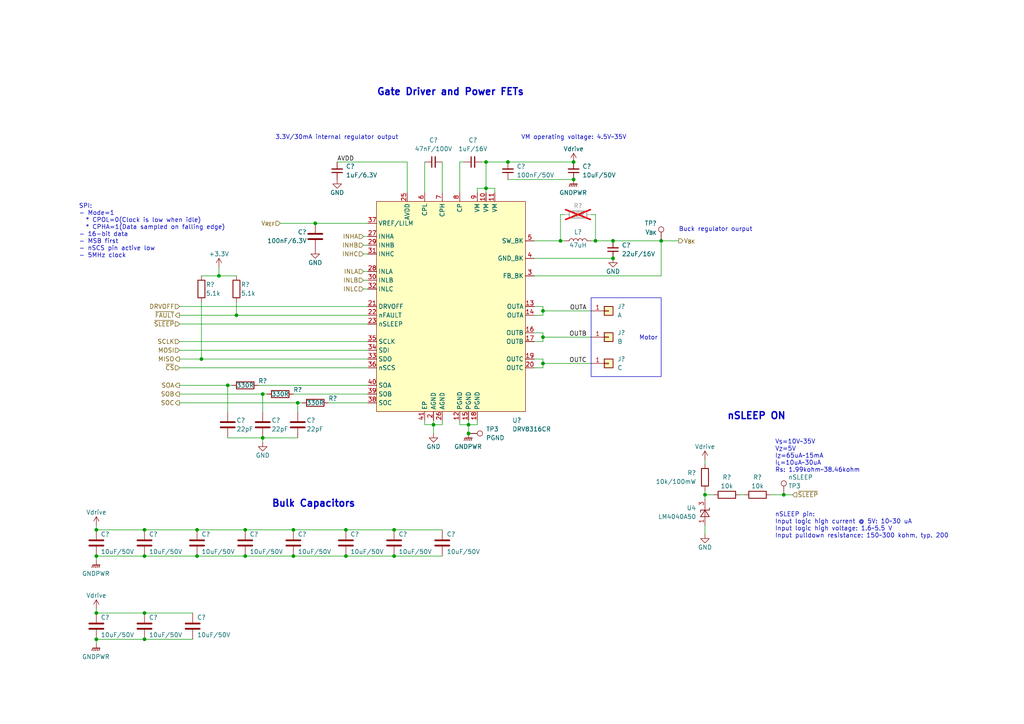
<source format=kicad_sch>
(kicad_sch (version 20230121) (generator eeschema)
  (paper "A4")
  (lib_symbols
    (symbol "Connector:TestPoint" (pin_numbers hide) (pin_names (offset 0.762) hide)
      (property "Reference" "TP" (at 0 6.858 0))
      (property "Value" "TestPoint" (at 0 5.08 0))
      (symbol "TestPoint_0_1"
        (circle (center 0 3.302) (radius 0.762))
      )
      (symbol "TestPoint_1_1"
        (pin passive line (at 0 0 90) (length 2.54) (name "1") (number "1"))
      )
    )
    (symbol "Connector_Generic:Conn_01x01" (pin_names (offset 1.016) hide)
      (property "Reference" "J" (at 0 2.54 0))
      (property "Value" "Conn_01x01" (at 0 -2.54 0))
      (symbol "Conn_01x01_1_1"
        (rectangle (start -1.27 0.127) (end 0 -0.127) (stroke (width 0.1524)))
        (rectangle (start -1.27 1.27) (end 1.27 -1.27) (stroke (width 0.254)) (fill (type background)))
        (pin passive line (at -5.08 0 0) (length 3.81) (name "Pin_1") (number "1"))
      )
    )
    (symbol "Device:C" (pin_numbers hide) (pin_names (offset 0.254))
      (property "Reference" "C" (at 0.635 2.54 0))
      (property "Value" "C" (at 0.635 -2.54 0))
      (symbol "C_0_1"
        (polyline (pts (xy -2.032 -0.762) (xy 2.032 -0.762)) (stroke (width 0.508)))
        (polyline (pts (xy -2.032 0.762) (xy 2.032 0.762)) (stroke (width 0.508)))
      )
      (symbol "C_1_1"
        (pin passive line (at 0 3.81 270) (length 2.794) (name "~") (number "1"))
        (pin passive line (at 0 -3.81 90) (length 2.794) (name "~") (number "2"))
      )
    )
    (symbol "Device:C_Small" (pin_numbers hide) (pin_names (offset 0.254) hide)
      (property "Reference" "C" (at 0.254 1.778 0))
      (property "Value" "C_Small" (at 0.254 -2.032 0))
      (symbol "C_Small_0_1"
        (polyline (pts (xy -1.524 -0.508) (xy 1.524 -0.508)) (stroke (width 0.3302)))
        (polyline (pts (xy -1.524 0.508) (xy 1.524 0.508)) (stroke (width 0.3048)))
      )
      (symbol "C_Small_1_1"
        (pin passive line (at 0 2.54 270) (length 2.032) (name "~") (number "1"))
        (pin passive line (at 0 -2.54 90) (length 2.032) (name "~") (number "2"))
      )
    )
    (symbol "Device:L" (pin_numbers hide) (pin_names (offset 1.016) hide)
      (property "Reference" "L" (at -1.27 0 90))
      (property "Value" "L" (at 1.905 0 90))
      (symbol "L_0_1"
        (arc (start 0 -2.54) (mid 0.6323 -1.905) (end 0 -1.27))
        (arc (start 0 -1.27) (mid 0.6323 -0.635) (end 0 0))
        (arc (start 0 0) (mid 0.6323 0.635) (end 0 1.27))
        (arc (start 0 1.27) (mid 0.6323 1.905) (end 0 2.54))
      )
      (symbol "L_1_1"
        (pin passive line (at 0 3.81 270) (length 1.27) (name "1") (number "1"))
        (pin passive line (at 0 -3.81 90) (length 1.27) (name "2") (number "2"))
      )
    )
    (symbol "Device:R" (pin_numbers hide) (pin_names (offset 0))
      (property "Reference" "R" (at 2.032 0 90))
      (property "Value" "R" (at 0 0 90))
      (symbol "R_0_1"
        (rectangle (start -1.016 -2.54) (end 1.016 2.54) (stroke (width 0.254)))
      )
      (symbol "R_1_1"
        (pin passive line (at 0 3.81 270) (length 1.27) (name "~") (number "1"))
        (pin passive line (at 0 -3.81 90) (length 1.27) (name "~") (number "2"))
      )
    )
    (symbol "Reference_Voltage:LM4040DCK-5" (pin_names (offset 0.0254) hide)
      (property "Reference" "U" (at 0 2.54 0))
      (property "Value" "LM4040DCK-5" (at 0 -3.175 0))
      (symbol "LM4040DCK-5_0_1"
        (polyline (pts (xy -1.27 0) (xy 0 0) (xy 1.27 0)))
        (polyline (pts (xy -1.27 -1.27) (xy 0.635 0) (xy -1.27 1.27) (xy -1.27 -1.27)) (stroke (width 0.2032)))
        (polyline (pts (xy 0 -1.27) (xy 0.635 -1.27) (xy 0.635 1.27) (xy 1.27 1.27)) (stroke (width 0.2032)))
      )
      (symbol "LM4040DCK-5_1_1"
        (pin passive line (at -3.81 0 0) (length 2.54) (name "A") (number "1"))
        (pin passive line (at 3.81 0 180) (length 2.54) (name "K") (number "3"))
      )
    )
    (symbol "moco8316:DRV8316CR"
      (property "Reference" "U?" (at 20.32 -33.02 0))
      (property "Value" "DRV8316CR" (at 20.32 -30.48 0))
      (symbol "DRV8316CR_0_0"
        (pin no_connect non_logic (at 24.13 -20.32 180) (length 2.54) hide (name "NC") (number "1"))
        (pin power_in line (at 10.16 35.56 270) (length 2.54) (name "VM") (number "10"))
        (pin power_in line (at 12.7 35.56 270) (length 2.54) (name "VM") (number "11"))
        (pin power_in line (at 2.54 -30.48 90) (length 2.54) (name "PGND") (number "12"))
        (pin output line (at 24.13 2.54 180) (length 2.54) (name "OUTA") (number "13"))
        (pin output line (at 24.13 0 180) (length 2.54) (name "OUTA") (number "14"))
        (pin power_in line (at 5.08 -30.48 90) (length 2.54) (name "PGND") (number "15"))
        (pin output line (at 24.13 -5.08 180) (length 2.54) (name "OUTB") (number "16"))
        (pin output line (at 24.13 -7.62 180) (length 2.54) (name "OUTB") (number "17"))
        (pin power_in line (at 7.62 -30.48 90) (length 2.54) (name "PGND") (number "18"))
        (pin output line (at 24.13 -12.7 180) (length 2.54) (name "OUTC") (number "19"))
        (pin power_in line (at -5.08 -30.48 90) (length 2.54) (name "AGND") (number "2"))
        (pin output line (at 24.13 -15.24 180) (length 2.54) (name "OUTC") (number "20"))
        (pin input line (at -24.13 2.54 0) (length 2.54) (name "DRVOFF") (number "21"))
        (pin output line (at -24.13 0 0) (length 2.54) (name "nFAULT") (number "22"))
        (pin input line (at -24.13 -2.54 0) (length 2.54) (name "nSLEEP") (number "23"))
        (pin no_connect non_logic (at 24.13 -17.78 180) (length 2.54) hide (name "NC") (number "24"))
        (pin power_out line (at -12.7 35.56 270) (length 2.54) (name "AVDD") (number "25"))
        (pin power_in line (at -2.54 -30.48 90) (length 2.54) (name "AGND") (number "26"))
        (pin input line (at -24.13 22.86 0) (length 2.54) (name "INHA") (number "27"))
        (pin input line (at -24.13 12.7 0) (length 2.54) (name "INLA") (number "28"))
        (pin input line (at -24.13 20.32 0) (length 2.54) (name "INHB") (number "29"))
        (pin power_in line (at 24.13 11.43 180) (length 2.54) (name "FB_BK") (number "3"))
        (pin input line (at -24.13 10.16 0) (length 2.54) (name "INLB") (number "30"))
        (pin input line (at -24.13 17.78 0) (length 2.54) (name "INHC") (number "31"))
        (pin input line (at -24.13 7.62 0) (length 2.54) (name "INLC") (number "32"))
        (pin output line (at -24.13 -12.7 0) (length 2.54) (name "SDO") (number "33"))
        (pin input line (at -24.13 -10.16 0) (length 2.54) (name "SDI") (number "34"))
        (pin input line (at -24.13 -7.62 0) (length 2.54) (name "SCLK") (number "35"))
        (pin input line (at -24.13 -15.24 0) (length 2.54) (name "nSCS") (number "36"))
        (pin power_in line (at -24.13 26.67 0) (length 2.54) (name "VREF/LILM") (number "37"))
        (pin output line (at -24.13 -25.4 0) (length 2.54) (name "SOC") (number "38"))
        (pin output line (at -24.13 -22.86 0) (length 2.54) (name "SOB") (number "39"))
        (pin power_in line (at 24.13 16.51 180) (length 2.54) (name "GND_BK") (number "4"))
        (pin output line (at -24.13 -20.32 0) (length 2.54) (name "SOA") (number "40"))
        (pin power_in line (at -7.62 -30.48 90) (length 2.54) (name "EP") (number "41"))
        (pin power_out line (at 24.13 21.59 180) (length 2.54) (name "SW_BK") (number "5"))
        (pin power_in line (at -7.62 35.56 270) (length 2.54) (name "CPL") (number "6"))
        (pin power_in line (at -2.54 35.56 270) (length 2.54) (name "CPH") (number "7"))
        (pin power_out line (at 2.54 35.56 270) (length 2.54) (name "CP") (number "8"))
        (pin power_in line (at 7.62 35.56 270) (length 2.54) (name "VM") (number "9"))
      )
      (symbol "DRV8316CR_0_1"
        (rectangle (start -21.59 33.02) (end 21.59 -27.94) (fill (type background)))
      )
    )
    (symbol "power:+3.3V" (power) (pin_names (offset 0))
      (property "Value" "+3.3V" (at 0 3.556 0))
      (symbol "+3.3V_0_1"
        (polyline (pts (xy -0.762 1.27) (xy 0 2.54)))
        (polyline (pts (xy 0 0) (xy 0 2.54)))
        (polyline (pts (xy 0 2.54) (xy 0.762 1.27)))
      )
      (symbol "+3.3V_1_1"
        (pin power_in line (at 0 0 90) (length 0) hide (name "+3.3V") (number "1"))
      )
    )
    (symbol "power:GND" (power) (pin_names (offset 0))
      (property "Value" "GND" (at 0 -3.81 0))
      (symbol "GND_0_1"
        (polyline (pts (xy 0 0) (xy 0 -1.27) (xy 1.27 -1.27) (xy 0 -2.54) (xy -1.27 -1.27) (xy 0 -1.27)))
      )
      (symbol "GND_1_1"
        (pin power_in line (at 0 0 270) (length 0) hide (name "GND") (number "1"))
      )
    )
    (symbol "power:GNDPWR" (power) (pin_names (offset 0))
      (property "Value" "GNDPWR" (at 0 -3.302 0))
      (symbol "GNDPWR_0_1"
        (polyline (pts (xy 0 -1.27) (xy 0 0)))
        (polyline (pts (xy -1.016 -1.27) (xy -1.27 -2.032) (xy -1.27 -2.032)) (stroke (width 0.2032)))
        (polyline (pts (xy -0.508 -1.27) (xy -0.762 -2.032) (xy -0.762 -2.032)) (stroke (width 0.2032)))
        (polyline (pts (xy 0 -1.27) (xy -0.254 -2.032) (xy -0.254 -2.032)) (stroke (width 0.2032)))
        (polyline (pts (xy 0.508 -1.27) (xy 0.254 -2.032) (xy 0.254 -2.032)) (stroke (width 0.2032)))
        (polyline (pts (xy 1.016 -1.27) (xy -1.016 -1.27) (xy -1.016 -1.27)) (stroke (width 0.2032)))
        (polyline (pts (xy 1.016 -1.27) (xy 0.762 -2.032) (xy 0.762 -2.032) (xy 0.762 -2.032)) (stroke (width 0.2032)))
      )
      (symbol "GNDPWR_1_1"
        (pin power_in line (at 0 0 270) (length 0) hide (name "GNDPWR") (number "1"))
      )
    )
    (symbol "power:Vdrive" (power) (pin_names (offset 0))
      (property "Value" "Vdrive" (at 0 3.81 0))
      (symbol "Vdrive_0_1"
        (polyline (pts (xy -0.762 1.27) (xy 0 2.54)))
        (polyline (pts (xy 0 0) (xy 0 2.54)))
        (polyline (pts (xy 0 2.54) (xy 0.762 1.27)))
      )
      (symbol "Vdrive_1_1"
        (pin power_in line (at 0 0 90) (length 0) hide (name "Vdrive") (number "1"))
      )
    )
  )
  (junction (at 71.12 161.29))
  (junction (at 27.94 153.67))
  (junction (at 166.37 52.07))
  (junction (at 41.91 161.29))
  (junction (at 76.2 114.3))
  (junction (at 41.91 177.8))
  (junction (at 57.15 161.29))
  (junction (at 140.97 46.99))
  (junction (at 140.97 54.61))
  (junction (at 27.94 161.29))
  (junction (at 76.2 127))
  (junction (at 157.48 90.17))
  (junction (at 162.56 69.85))
  (junction (at 166.37 46.99))
  (junction (at 114.3 161.29))
  (junction (at 125.73 123.19))
  (junction (at 191.77 69.85))
  (junction (at 100.33 153.67))
  (junction (at 157.48 105.41))
  (junction (at 71.12 153.67))
  (junction (at 147.32 46.99))
  (junction (at 57.15 153.67))
  (junction (at 58.42 104.14))
  (junction (at 85.09 153.67))
  (junction (at 66.04 111.76))
  (junction (at 41.91 153.67))
  (junction (at 68.58 91.44))
  (junction (at 204.47 143.51))
  (junction (at 100.33 161.29))
  (junction (at 41.91 185.42))
  (junction (at 63.5 80.01))
  (junction (at 172.72 69.85))
  (junction (at 135.89 125.73))
  (junction (at 27.94 177.8))
  (junction (at 157.48 97.79))
  (junction (at 86.36 116.84))
  (junction (at 114.3 153.67))
  (junction (at 85.09 161.29))
  (junction (at 135.89 123.19))
  (junction (at 177.8 69.85))
  (junction (at 27.94 185.42))
  (junction (at 91.44 64.77))
  (junction (at 227.33 143.51))
  (junction (at 177.8 74.93))
  (wire (pts (xy 105.41 71.12) (xy 106.68 71.12)))
  (wire (pts (xy 154.94 104.14) (xy 157.48 104.14)))
  (wire (pts (xy 52.07 99.06) (xy 106.68 99.06)))
  (wire (pts (xy 57.15 153.67) (xy 71.12 153.67)))
  (wire (pts (xy 105.41 78.74) (xy 106.68 78.74)))
  (wire (pts (xy 105.41 73.66) (xy 106.68 73.66)))
  (wire (pts (xy 138.43 123.19) (xy 135.89 123.19)))
  (wire (pts (xy 105.41 81.28) (xy 106.68 81.28)))
  (wire (pts (xy 138.43 54.61) (xy 140.97 54.61)))
  (wire (pts (xy 86.36 119.38) (xy 86.36 116.84)))
  (wire (pts (xy 86.36 116.84) (xy 87.63 116.84)))
  (wire (pts (xy 118.11 46.99) (xy 118.11 55.88)))
  (wire (pts (xy 139.7 46.99) (xy 140.97 46.99)))
  (wire (pts (xy 157.48 96.52) (xy 157.48 97.79)))
  (wire (pts (xy 41.91 177.8) (xy 55.88 177.8)))
  (wire (pts (xy 128.27 46.99) (xy 128.27 55.88)))
  (wire (pts (xy 52.07 111.76) (xy 66.04 111.76)))
  (wire (pts (xy 143.51 54.61) (xy 143.51 55.88)))
  (wire (pts (xy 27.94 185.42) (xy 41.91 185.42)))
  (wire (pts (xy 135.89 121.92) (xy 135.89 123.19)))
  (wire (pts (xy 157.48 90.17) (xy 157.48 91.44)))
  (wire (pts (xy 133.35 123.19) (xy 135.89 123.19)))
  (wire (pts (xy 52.07 106.68) (xy 106.68 106.68)))
  (wire (pts (xy 85.09 114.3) (xy 106.68 114.3)))
  (wire (pts (xy 133.35 121.92) (xy 133.35 123.19)))
  (wire (pts (xy 123.19 123.19) (xy 125.73 123.19)))
  (wire (pts (xy 134.62 46.99) (xy 133.35 46.99)))
  (wire (pts (xy 223.52 143.51) (xy 227.33 143.51)))
  (wire (pts (xy 100.33 161.29) (xy 114.3 161.29)))
  (wire (pts (xy 27.94 162.56) (xy 27.94 161.29)))
  (wire (pts (xy 63.5 77.47) (xy 63.5 80.01)))
  (wire (pts (xy 140.97 54.61) (xy 143.51 54.61)))
  (wire (pts (xy 27.94 176.53) (xy 27.94 177.8)))
  (wire (pts (xy 162.56 62.23) (xy 162.56 69.85)))
  (wire (pts (xy 85.09 161.29) (xy 100.33 161.29)))
  (wire (pts (xy 157.48 97.79) (xy 157.48 99.06)))
  (wire (pts (xy 154.94 91.44) (xy 157.48 91.44)))
  (wire (pts (xy 157.48 88.9) (xy 157.48 90.17)))
  (wire (pts (xy 204.47 152.4) (xy 204.47 154.94)))
  (wire (pts (xy 154.94 96.52) (xy 157.48 96.52)))
  (wire (pts (xy 85.09 153.67) (xy 100.33 153.67)))
  (wire (pts (xy 157.48 99.06) (xy 154.94 99.06)))
  (wire (pts (xy 128.27 153.67) (xy 114.3 153.67)))
  (wire (pts (xy 68.58 87.63) (xy 68.58 91.44)))
  (wire (pts (xy 52.07 93.98) (xy 106.68 93.98)))
  (wire (pts (xy 91.44 64.77) (xy 106.68 64.77)))
  (wire (pts (xy 81.28 64.77) (xy 91.44 64.77)))
  (wire (pts (xy 63.5 80.01) (xy 58.42 80.01)))
  (wire (pts (xy 76.2 119.38) (xy 76.2 114.3)))
  (wire (pts (xy 154.94 80.01) (xy 191.77 80.01)))
  (wire (pts (xy 162.56 69.85) (xy 163.83 69.85)))
  (wire (pts (xy 27.94 152.4) (xy 27.94 153.67)))
  (wire (pts (xy 58.42 87.63) (xy 58.42 104.14)))
  (wire (pts (xy 172.72 69.85) (xy 177.8 69.85)))
  (wire (pts (xy 76.2 114.3) (xy 77.47 114.3)))
  (wire (pts (xy 215.9 143.51) (xy 214.63 143.51)))
  (wire (pts (xy 27.94 186.69) (xy 27.94 185.42)))
  (wire (pts (xy 105.41 68.58) (xy 106.68 68.58)))
  (wire (pts (xy 227.33 143.51) (xy 229.87 143.51)))
  (wire (pts (xy 76.2 128.27) (xy 76.2 127)))
  (wire (pts (xy 97.79 46.99) (xy 118.11 46.99)))
  (wire (pts (xy 105.41 83.82) (xy 106.68 83.82)))
  (wire (pts (xy 41.91 161.29) (xy 27.94 161.29)))
  (wire (pts (xy 135.89 123.19) (xy 135.89 125.73)))
  (wire (pts (xy 147.32 46.99) (xy 166.37 46.99)))
  (wire (pts (xy 74.93 111.76) (xy 106.68 111.76)))
  (wire (pts (xy 138.43 54.61) (xy 138.43 55.88)))
  (wire (pts (xy 128.27 121.92) (xy 128.27 123.19)))
  (wire (pts (xy 128.27 161.29) (xy 114.3 161.29)))
  (wire (pts (xy 154.94 69.85) (xy 162.56 69.85)))
  (wire (pts (xy 52.07 101.6) (xy 106.68 101.6)))
  (wire (pts (xy 154.94 88.9) (xy 157.48 88.9)))
  (wire (pts (xy 157.48 106.68) (xy 154.94 106.68)))
  (wire (pts (xy 41.91 161.29) (xy 57.15 161.29)))
  (wire (pts (xy 138.43 121.92) (xy 138.43 123.19)))
  (wire (pts (xy 123.19 121.92) (xy 123.19 123.19)))
  (wire (pts (xy 123.19 46.99) (xy 123.19 55.88)))
  (wire (pts (xy 172.72 69.85) (xy 171.45 69.85)))
  (wire (pts (xy 95.25 116.84) (xy 106.68 116.84)))
  (wire (pts (xy 204.47 142.24) (xy 204.47 143.51)))
  (wire (pts (xy 133.35 46.99) (xy 133.35 55.88)))
  (wire (pts (xy 66.04 127) (xy 76.2 127)))
  (wire (pts (xy 157.48 105.41) (xy 157.48 106.68)))
  (wire (pts (xy 57.15 161.29) (xy 71.12 161.29)))
  (wire (pts (xy 52.07 116.84) (xy 86.36 116.84)))
  (wire (pts (xy 172.72 62.23) (xy 171.45 62.23)))
  (wire (pts (xy 41.91 185.42) (xy 55.88 185.42)))
  (wire (pts (xy 27.94 177.8) (xy 41.91 177.8)))
  (wire (pts (xy 41.91 153.67) (xy 57.15 153.67)))
  (wire (pts (xy 157.48 97.79) (xy 171.45 97.79)))
  (wire (pts (xy 204.47 143.51) (xy 207.01 143.51)))
  (wire (pts (xy 162.56 62.23) (xy 163.83 62.23)))
  (wire (pts (xy 140.97 46.99) (xy 140.97 54.61)))
  (wire (pts (xy 125.73 123.19) (xy 125.73 125.73)))
  (wire (pts (xy 154.94 74.93) (xy 177.8 74.93)))
  (wire (pts (xy 52.07 114.3) (xy 76.2 114.3)))
  (wire (pts (xy 177.8 69.85) (xy 191.77 69.85)))
  (wire (pts (xy 157.48 90.17) (xy 171.45 90.17)))
  (wire (pts (xy 58.42 104.14) (xy 106.68 104.14)))
  (wire (pts (xy 100.33 153.67) (xy 114.3 153.67)))
  (wire (pts (xy 157.48 104.14) (xy 157.48 105.41)))
  (wire (pts (xy 66.04 119.38) (xy 66.04 111.76)))
  (wire (pts (xy 71.12 153.67) (xy 85.09 153.67)))
  (wire (pts (xy 125.73 121.92) (xy 125.73 123.19)))
  (wire (pts (xy 52.07 91.44) (xy 68.58 91.44)))
  (wire (pts (xy 52.07 104.14) (xy 58.42 104.14)))
  (wire (pts (xy 204.47 133.35) (xy 204.47 134.62)))
  (wire (pts (xy 66.04 111.76) (xy 67.31 111.76)))
  (wire (pts (xy 52.07 88.9) (xy 106.68 88.9)))
  (wire (pts (xy 128.27 123.19) (xy 125.73 123.19)))
  (wire (pts (xy 191.77 80.01) (xy 191.77 69.85)))
  (wire (pts (xy 76.2 127) (xy 86.36 127)))
  (wire (pts (xy 147.32 52.07) (xy 166.37 52.07)))
  (wire (pts (xy 204.47 143.51) (xy 204.47 144.78)))
  (wire (pts (xy 172.72 62.23) (xy 172.72 69.85)))
  (wire (pts (xy 41.91 153.67) (xy 27.94 153.67)))
  (wire (pts (xy 191.77 69.85) (xy 196.85 69.85)))
  (wire (pts (xy 68.58 91.44) (xy 106.68 91.44)))
  (wire (pts (xy 140.97 54.61) (xy 140.97 55.88)))
  (wire (pts (xy 147.32 46.99) (xy 140.97 46.99)))
  (wire (pts (xy 63.5 80.01) (xy 68.58 80.01)))
  (wire (pts (xy 71.12 161.29) (xy 85.09 161.29)))
  (wire (pts (xy 157.48 105.41) (xy 171.45 105.41)))
  (text_box "Motor" (at 171.45 86.36 0) (size 20.32 22.86) (effects (font (size 1.27 1.27)) (justify right)))
  (text "nSLEEP ON" (at 210.82 121.92 0) (effects (font (size 2 2) (thickness 0.4) bold) (justify left bottom)))
  (text "SPI:\n- Mode=1\n  * CPOL=0(Clock is low when idle)\n  * CPHA=1(Data sampled on falling edge)\n- 16-bit data\n- MSB first\n- nSCS pin active low\n- 5MHz clock" (at 22.86 74.93 0) (effects (font (size 1.27 1.27)) (justify left bottom)))
  (text "Gate Driver and Power FETs" (at 109.22 27.94 0) (effects (font (size 2 2) (thickness 0.4) bold) (justify left bottom)))
  (text "V_{S}=10V~35V\nV_{Z}=5V\nI_{Z}=65uA~15mA\nI_{L}=10uA~30uA\nRs: 1.99kohm~38.46kohm" (at 224.79 137.16 0) (effects (font (size 1.27 1.27)) (justify left bottom)))
  (text "VM operating voltage: 4.5V~35V" (at 151.13 40.64 0) (effects (font (size 1.27 1.27)) (justify left bottom)))
  (text "Buck regulator ourput" (at 196.85 67.31 0) (effects (font (size 1.27 1.27)) (justify left bottom)))
  (text "Bulk Capacitors" (at 78.74 147.32 0) (effects (font (size 2 2) (thickness 0.4) bold) (justify left bottom)))
  (text "nSLEEP pin:\nInput logic high current @ 5V: 10~30 uA\nInput logic high voltage: 1.6~5.5 V\nInput pulldown resistance: 150~300 kohm, typ. 200" (at 224.79 156.21 0) (effects (font (size 1.27 1.27)) (justify left bottom)))
  (text "3.3V/30mA internal regulator output" (at 115.57 40.64 0) (effects (font (size 1.27 1.27)) (justify right bottom)))
  (label "OUTC" (at 170.18 105.41 180))
  (label "OUTA" (at 170.18 90.17 180))
  (label "AVDD" (at 97.79 46.99 0))
  (label "OUTB" (at 170.18 97.79 180))
  (hierarchical_label "SOC" (shape output) (at 52.07 116.84 180))
  (hierarchical_label "~{SLEEP}" (shape input) (at 52.07 93.98 180))
  (hierarchical_label "V_{REF}" (shape input) (at 81.28 64.77 180))
  (hierarchical_label "SOA" (shape output) (at 52.07 111.76 180))
  (hierarchical_label "DRVOFF" (shape input) (at 52.07 88.9 180))
  (hierarchical_label "INLC" (shape input) (at 105.41 83.82 180))
  (hierarchical_label "~{CS}" (shape input) (at 52.07 106.68 180))
  (hierarchical_label "INHC" (shape input) (at 105.41 73.66 180))
  (hierarchical_label "INLA" (shape input) (at 105.41 78.74 180))
  (hierarchical_label "INHB" (shape input) (at 105.41 71.12 180))
  (hierarchical_label "MISO" (shape output) (at 52.07 104.14 180))
  (hierarchical_label "~{FAULT}" (shape output) (at 52.07 91.44 180))
  (hierarchical_label "INHA" (shape input) (at 105.41 68.58 180))
  (hierarchical_label "~{SLEEP}" (shape input) (at 229.87 143.51 0))
  (hierarchical_label "V_{BK}" (shape output) (at 196.85 69.85 0))
  (hierarchical_label "INLB" (shape input) (at 105.41 81.28 180))
  (hierarchical_label "SCLK" (shape input) (at 52.07 99.06 180))
  (hierarchical_label "SOB" (shape output) (at 52.07 114.3 180))
  (hierarchical_label "MOSI" (shape input) (at 52.07 101.6 180))
  (symbol (lib_id "power:GND") (at 177.8 74.93 0) (unit 1)
    (property "Reference" "#PWR?" (effects hide))
    (property "Value" "GND" (at 177.8 78.74 0))
    (instances (project "moco-oi401" (path "" (reference "#PWR?") (unit 1)) (path "" (reference "#PWR027") (unit 1))) (project "moco-bkd8316" (path "" (reference "#PWR?") (unit 1))))
  )
  (symbol (lib_id "Device:C") (at 66.04 123.19 0) (mirror y) (unit 1)
    (property "Reference" "C?" (at 68.58 121.92 0) (effects (justify right)))
    (property "Value" "22pF" (at 68.58 124.46 0) (effects (justify right)))
    (property "Footprint" "Capacitor_SMD:C_0603_1608Metric" (effects hide))
    (instances (project "moco-oi401" (path "" (reference "C?") (unit 1)) (path "" (reference "C20") (unit 1))) (project "moco-bkd8316" (path "" (reference "C?") (unit 1))))
  )
  (symbol (lib_id "power:Vdrive") (at 204.47 133.35 0) (unit 1)
    (property "Reference" "#PWR?" (effects hide))
    (property "Value" "Vdrive" (at 204.47 129.54 0))
    (instances (project "moco-oi401" (path "" (reference "#PWR?") (unit 1)) (path "" (reference "#PWR032") (unit 1))) (project "moco-bkd8316" (path "" (reference "#PWR?") (unit 1))))
  )
  (symbol (lib_id "Device:C") (at 100.33 157.48 0) (mirror y) (unit 1)
    (property "Reference" "C?" (at 101.6 154.94 0) (effects (justify right)))
    (property "Value" "10uF/50V" (at 101.6 160.02 0) (effects (justify right)))
    (property "Footprint" "Capacitor_SMD:C_0805_2012Metric" (effects hide))
    (property "LCSC" "C440198" (effects hide))
    (property "MFR. Part#" "GRM21BR61H106KE43L" (effects hide))
    (instances (project "moco-oi401" (path "" (reference "C?") (unit 1)) (path "" (reference "C28") (unit 1))) (project "moco-bkd8316" (path "" (reference "C?") (unit 1))))
  )
  (symbol (lib_id "power:GND") (at 97.79 52.07 0) (unit 1)
    (property "Reference" "#PWR?" (effects hide))
    (property "Value" "GND" (at 97.79 55.88 0))
    (instances (project "moco-oi401" (path "" (reference "#PWR?") (unit 1)) (path "" (reference "#PWR024") (unit 1))) (project "moco-bkd8316" (path "" (reference "#PWR?") (unit 1))))
  )
  (symbol (lib_id "power:GNDPWR") (at 27.94 186.69 0) (unit 1)
    (property "Reference" "#PWR037" (effects hide))
    (property "Value" "GNDPWR" (at 27.813 190.5 0))
  )
  (symbol (lib_id "Device:C_Small") (at 166.37 49.53 180) (unit 1)
    (property "Reference" "C?" (at 168.91 48.26 0) (effects (justify right)))
    (property "Value" "10uF/50V" (at 168.91 50.8 0) (effects (justify right)))
    (property "Footprint" "Capacitor_SMD:C_0805_2012Metric" (effects hide))
    (property "LCSC" "C440198" (effects hide))
    (property "MFR. Part#" "GRM21BR61H106KE43L" (effects hide))
    (instances (project "moco-oi401" (path "" (reference "C?") (unit 1)) (path "" (reference "C17") (unit 1))) (project "moco-bkd8316" (path "" (reference "C?") (unit 1))))
  )
  (symbol (lib_id "power:Vdrive") (at 27.94 152.4 0) (unit 1)
    (property "Reference" "#PWR?" (effects hide))
    (property "Value" "Vdrive" (at 27.94 148.59 0))
    (instances (project "moco-oi401" (path "" (reference "#PWR?") (unit 1)) (path "" (reference "#PWR033") (unit 1))) (project "moco-bkd8316" (path "" (reference "#PWR?") (unit 1))))
  )
  (symbol (lib_id "Device:C") (at 86.36 123.19 0) (mirror y) (unit 1)
    (property "Reference" "C?" (at 88.9 121.92 0) (effects (justify right)))
    (property "Value" "22pF" (at 88.9 124.46 0) (effects (justify right)))
    (property "Footprint" "Capacitor_SMD:C_0603_1608Metric" (effects hide))
    (instances (project "moco-oi401" (path "" (reference "C?") (unit 1)) (path "" (reference "C22") (unit 1))) (project "moco-bkd8316" (path "" (reference "C?") (unit 1))))
  )
  (symbol (lib_id "Device:R") (at 167.64 62.23 90) (unit 1) (dnp yes)
    (property "Reference" "R?" (at 167.64 59.69 90))
    (property "Value" "22R" (at 167.64 62.23 90))
    (property "Footprint" "Resistor_SMD:R_0603_1608Metric" (effects hide))
    (instances (project "moco-oi401" (path "" (reference "R?") (unit 1)) (path "" (reference "R4") (unit 1))) (project "moco-bkd8316" (path "" (reference "R?") (unit 1))))
  )
  (symbol (lib_id "power:Vdrive") (at 166.37 46.99 0) (unit 1)
    (property "Reference" "#PWR?" (effects hide))
    (property "Value" "Vdrive" (at 166.37 43.18 0))
    (instances (project "moco-oi401" (path "" (reference "#PWR?") (unit 1)) (path "" (reference "#PWR023") (unit 1))) (project "moco-bkd8316" (path "" (reference "#PWR?") (unit 1))))
  )
  (symbol (lib_id "Device:R") (at 71.12 111.76 90) (unit 1)
    (property "Reference" "R?" (at 76.2 110.49 90))
    (property "Value" "330R" (at 71.12 111.76 90))
    (property "Footprint" "Resistor_SMD:R_0603_1608Metric" (effects hide))
    (instances (project "moco-oi401" (path "" (reference "R?") (unit 1)) (path "" (reference "R7") (unit 1))) (project "moco-bkd8316" (path "" (reference "R?") (unit 1))))
  )
  (symbol (lib_id "power:GND") (at 125.73 125.73 0) (unit 1)
    (property "Reference" "#PWR?" (effects hide))
    (property "Value" "GND" (at 125.73 129.54 0))
    (instances (project "moco-oi401" (path "" (reference "#PWR?") (unit 1)) (path "" (reference "#PWR029") (unit 1))) (project "moco-bkd8316" (path "" (reference "#PWR?") (unit 1))))
  )
  (symbol (lib_id "Connector_Generic:Conn_01x01") (at 176.53 97.79 0) (unit 1)
    (property "Reference" "J?" (at 179.07 96.52 0) (effects (justify left)))
    (property "Value" "B" (at 179.07 99.06 0) (effects (justify left)))
    (property "Footprint" "moco:wire_3.2mm" (effects hide))
    (instances (project "moco-oi401" (path "" (reference "J?") (unit 1)) (path "" (reference "J6") (unit 1))) (project "moco-bkd8316" (path "" (reference "J?") (unit 1))))
  )
  (symbol (lib_id "Device:C") (at 27.94 157.48 0) (mirror y) (unit 1)
    (property "Reference" "C?" (at 29.21 154.94 0) (effects (justify right)))
    (property "Value" "10uF/50V" (at 29.21 160.02 0) (effects (justify right)))
    (property "Footprint" "Capacitor_SMD:C_0805_2012Metric" (effects hide))
    (property "LCSC" "C440198" (effects hide))
    (property "MFR. Part#" "GRM21BR61H106KE43L" (effects hide))
    (instances (project "moco-oi401" (path "" (reference "C?") (unit 1)) (path "" (reference "C23") (unit 1))) (project "moco-bkd8316" (path "" (reference "C?") (unit 1))))
  )
  (symbol (lib_id "Device:C") (at 85.09 157.48 0) (mirror y) (unit 1)
    (property "Reference" "C?" (at 86.36 154.94 0) (effects (justify right)))
    (property "Value" "10uF/50V" (at 86.36 160.02 0) (effects (justify right)))
    (property "Footprint" "Capacitor_SMD:C_0805_2012Metric" (effects hide))
    (property "LCSC" "C440198" (effects hide))
    (property "MFR. Part#" "GRM21BR61H106KE43L" (effects hide))
    (instances (project "moco-oi401" (path "" (reference "C?") (unit 1)) (path "" (reference "C27") (unit 1))) (project "moco-bkd8316" (path "" (reference "C?") (unit 1))))
  )
  (symbol (lib_id "Device:C") (at 91.44 68.58 0) (mirror y) (unit 1)
    (property "Reference" "C?" (at 86.36 67.31 0) (effects (justify right)))
    (property "Value" "100nF/6.3V" (at 77.47 69.85 0) (effects (justify right)))
    (property "Footprint" "Capacitor_SMD:C_0603_1608Metric" (effects hide))
    (instances (project "moco-oi401" (path "" (reference "C?") (unit 1)) (path "" (reference "C18") (unit 1))) (project "moco-bkd8316" (path "" (reference "C?") (unit 1))))
  )
  (symbol (lib_id "Device:C_Small") (at 177.8 72.39 180) (unit 1)
    (property "Reference" "C?" (at 180.34 71.1136 0) (effects (justify right)))
    (property "Value" "22uF/16V" (at 180.34 73.6536 0) (effects (justify right)))
    (property "Footprint" "Capacitor_SMD:C_0805_2012Metric" (effects hide))
    (property "LCSC" "C98190" (effects hide))
    (property "MFR. Part#" "CL21A226MOQNNNE" (effects hide))
    (instances (project "moco-oi401" (path "" (reference "C?") (unit 1)) (path "" (reference "C19") (unit 1))) (project "moco-bkd8316" (path "" (reference "C?") (unit 1))))
  )
  (symbol (lib_id "Device:R") (at 210.82 143.51 90) (unit 1)
    (property "Reference" "R?" (at 210.82 138.43 90))
    (property "Value" "10k" (at 210.82 140.97 90))
    (property "Footprint" "Resistor_SMD:R_0603_1608Metric" (effects hide))
    (instances (project "moco-oi401" (path "" (reference "R?") (unit 1)) (path "" (reference "R11") (unit 1))) (project "moco-bkd8316" (path "" (reference "R?") (unit 1))))
  )
  (symbol (lib_id "Device:R") (at 81.28 114.3 90) (unit 1)
    (property "Reference" "R?" (at 86.36 113.03 90))
    (property "Value" "330R" (at 81.28 114.3 90))
    (property "Footprint" "Resistor_SMD:R_0603_1608Metric" (effects hide))
    (instances (project "moco-oi401" (path "" (reference "R?") (unit 1)) (path "" (reference "R8") (unit 1))) (project "moco-bkd8316" (path "" (reference "R?") (unit 1))))
  )
  (symbol (lib_id "Device:C") (at 114.3 157.48 0) (mirror y) (unit 1)
    (property "Reference" "C?" (at 115.57 154.94 0) (effects (justify right)))
    (property "Value" "10uF/50V" (at 115.57 160.02 0) (effects (justify right)))
    (property "Footprint" "Capacitor_SMD:C_0805_2012Metric" (effects hide))
    (property "LCSC" "C440198" (effects hide))
    (property "MFR. Part#" "GRM21BR61H106KE43L" (effects hide))
    (instances (project "moco-oi401" (path "" (reference "C?") (unit 1)) (path "" (reference "C29") (unit 1))) (project "moco-bkd8316" (path "" (reference "C?") (unit 1))))
  )
  (symbol (lib_id "Device:C") (at 27.94 181.61 0) (mirror y) (unit 1)
    (property "Reference" "C?" (at 29.21 179.07 0) (effects (justify right)))
    (property "Value" "10uF/50V" (at 29.21 184.15 0) (effects (justify right)))
    (property "Footprint" "Capacitor_SMD:C_0805_2012Metric" (effects hide))
    (property "LCSC" "C440198" (effects hide))
    (property "MFR. Part#" "GRM21BR61H106KE43L" (effects hide))
    (instances (project "moco-oi401" (path "" (reference "C?") (unit 1)) (path "" (reference "C31") (unit 1))) (project "moco-bkd8316" (path "" (reference "C?") (unit 1))))
  )
  (symbol (lib_id "moco8316:DRV8316CR") (at 130.81 91.44 0) (unit 1)
    (property "Reference" "U?" (at 148.59 121.92 0) (effects (justify left)))
    (property "Value" "DRV8316CR" (at 148.59 124.46 0) (effects (justify left)))
    (property "Footprint" "moco:VQFN-40_RGF_5x7mm_0.5mm_pitch_thermalpad" (effects hide))
    (property "Datasheet" "https://www.ti.com/document-viewer/DRV8316C/datasheet/" (effects hide))
    (instances (project "moco-oi401" (path "" (reference "U?") (unit 1)) (path "" (reference "U3") (unit 1))) (project "moco-bkd8316" (path "" (reference "U?") (unit 1))))
  )
  (symbol (lib_id "Device:C") (at 128.27 157.48 0) (mirror y) (unit 1)
    (property "Reference" "C?" (at 129.54 154.94 0) (effects (justify right)))
    (property "Value" "10uF/50V" (at 129.54 160.02 0) (effects (justify right)))
    (property "Footprint" "Capacitor_SMD:C_0805_2012Metric" (effects hide))
    (property "LCSC" "C440198" (effects hide))
    (property "MFR. Part#" "GRM21BR61H106KE43L" (effects hide))
    (instances (project "moco-oi401" (path "" (reference "C?") (unit 1)) (path "" (reference "C30") (unit 1))) (project "moco-bkd8316" (path "" (reference "C?") (unit 1))))
  )
  (symbol (lib_id "Connector_Generic:Conn_01x01") (at 176.53 90.17 0) (unit 1)
    (property "Reference" "J?" (at 179.07 88.9 0) (effects (justify left)))
    (property "Value" "A" (at 179.07 91.44 0) (effects (justify left)))
    (property "Footprint" "moco:wire_3.2mm" (effects hide))
    (instances (project "moco-oi401" (path "" (reference "J?") (unit 1)) (path "" (reference "J5") (unit 1))) (project "moco-bkd8316" (path "" (reference "J?") (unit 1))))
  )
  (symbol (lib_id "power:GND") (at 76.2 128.27 0) (unit 1)
    (property "Reference" "#PWR?" (effects hide))
    (property "Value" "GND" (at 76.2 132.08 0))
    (instances (project "moco-oi401" (path "" (reference "#PWR?") (unit 1)) (path "" (reference "#PWR031") (unit 1))) (project "moco-bkd8316" (path "" (reference "#PWR?") (unit 1))))
  )
  (symbol (lib_id "Device:C") (at 55.88 181.61 0) (mirror y) (unit 1)
    (property "Reference" "C?" (at 57.15 179.07 0) (effects (justify right)))
    (property "Value" "10uF/50V" (at 57.15 184.15 0) (effects (justify right)))
    (property "Footprint" "Capacitor_SMD:C_0805_2012Metric" (effects hide))
    (property "LCSC" "C440198" (effects hide))
    (property "MFR. Part#" "GRM21BR61H106KE43L" (effects hide))
    (instances (project "moco-oi401" (path "" (reference "C?") (unit 1)) (path "" (reference "C33") (unit 1))) (project "moco-bkd8316" (path "" (reference "C?") (unit 1))))
  )
  (symbol (lib_id "Connector:TestPoint") (at 191.77 69.85 0) (mirror y) (unit 1)
    (property "Reference" "TP?" (at 190.5 64.77 0) (effects (justify left)))
    (property "Value" "V_{BK}" (at 190.5 67.31 0) (effects (justify left)))
    (property "Footprint" "TestPoint:TestPoint_Pad_D1.0mm" (effects hide))
    (instances (project "moco-oi401" (path "" (reference "TP?") (unit 1)) (path "" (reference "TP4") (unit 1))) (project "moco-bkd8316" (path "" (reference "TP?") (unit 1))))
  )
  (symbol (lib_id "power:GNDPWR") (at 27.94 162.56 0) (unit 1)
    (property "Reference" "#PWR035" (effects hide))
    (property "Value" "GNDPWR" (at 27.813 166.37 0))
  )
  (symbol (lib_id "Device:C") (at 41.91 181.61 0) (mirror y) (unit 1)
    (property "Reference" "C?" (at 43.18 179.07 0) (effects (justify right)))
    (property "Value" "10uF/50V" (at 43.18 184.15 0) (effects (justify right)))
    (property "Footprint" "Capacitor_SMD:C_0805_2012Metric" (effects hide))
    (property "LCSC" "C440198" (effects hide))
    (property "MFR. Part#" "GRM21BR61H106KE43L" (effects hide))
    (instances (project "moco-oi401" (path "" (reference "C?") (unit 1)) (path "" (reference "C32") (unit 1))) (project "moco-bkd8316" (path "" (reference "C?") (unit 1))))
  )
  (symbol (lib_id "Device:C") (at 57.15 157.48 0) (mirror y) (unit 1)
    (property "Reference" "C?" (at 58.42 154.94 0) (effects (justify right)))
    (property "Value" "10uF/50V" (at 58.42 160.02 0) (effects (justify right)))
    (property "Footprint" "Capacitor_SMD:C_0805_2012Metric" (effects hide))
    (property "LCSC" "C440198" (effects hide))
    (property "MFR. Part#" "GRM21BR61H106KE43L" (effects hide))
    (instances (project "moco-oi401" (path "" (reference "C?") (unit 1)) (path "" (reference "C25") (unit 1))) (project "moco-bkd8316" (path "" (reference "C?") (unit 1))))
  )
  (symbol (lib_id "Device:R") (at 219.71 143.51 90) (unit 1)
    (property "Reference" "R?" (at 219.71 138.43 90))
    (property "Value" "10k" (at 219.71 140.97 90))
    (property "Footprint" "Resistor_SMD:R_0603_1608Metric" (effects hide))
    (property "LCSC" "C25804" (effects hide))
    (property "MFR. Part#" "0603WAF1002T5E" (effects hide))
    (instances (project "moco-oi401" (path "" (reference "R?") (unit 1)) (path "" (reference "R12") (unit 1))) (project "moco-bkd8316" (path "" (reference "R?") (unit 1))))
  )
  (symbol (lib_id "Device:C") (at 41.91 157.48 0) (mirror y) (unit 1)
    (property "Reference" "C?" (at 43.18 154.94 0) (effects (justify right)))
    (property "Value" "10uF/50V" (at 43.18 160.02 0) (effects (justify right)))
    (property "Footprint" "Capacitor_SMD:C_0805_2012Metric" (effects hide))
    (property "LCSC" "C440198" (effects hide))
    (property "MFR. Part#" "GRM21BR61H106KE43L" (effects hide))
    (instances (project "moco-oi401" (path "" (reference "C?") (unit 1)) (path "" (reference "C24") (unit 1))) (project "moco-bkd8316" (path "" (reference "C?") (unit 1))))
  )
  (symbol (lib_id "Connector_Generic:Conn_01x01") (at 176.53 105.41 0) (unit 1)
    (property "Reference" "J?" (at 179.07 104.14 0) (effects (justify left)))
    (property "Value" "C" (at 179.07 106.68 0) (effects (justify left)))
    (property "Footprint" "moco:wire_3.2mm" (effects hide))
    (instances (project "moco-oi401" (path "" (reference "J?") (unit 1)) (path "" (reference "J7") (unit 1))) (project "moco-bkd8316" (path "" (reference "J?") (unit 1))))
  )
  (symbol (lib_id "Device:C") (at 76.2 123.19 0) (mirror y) (unit 1)
    (property "Reference" "C?" (at 78.74 121.92 0) (effects (justify right)))
    (property "Value" "22pF" (at 78.74 124.46 0) (effects (justify right)))
    (property "Footprint" "Capacitor_SMD:C_0603_1608Metric" (effects hide))
    (instances (project "moco-oi401" (path "" (reference "C?") (unit 1)) (path "" (reference "C21") (unit 1))) (project "moco-bkd8316" (path "" (reference "C?") (unit 1))))
  )
  (symbol (lib_id "Device:C_Small") (at 137.16 46.99 90) (unit 1)
    (property "Reference" "C?" (at 137.1663 40.64 90))
    (property "Value" "1uF/16V" (at 137.16 43.18 90))
    (property "Footprint" "Capacitor_SMD:C_0603_1608Metric" (effects hide))
    (instances (project "moco-oi401" (path "" (reference "C?") (unit 1)) (path "" (reference "C14") (unit 1))) (project "moco-bkd8316" (path "" (reference "C?") (unit 1))))
  )
  (symbol (lib_id "Device:R") (at 68.58 83.82 0) (unit 1)
    (property "Reference" "R?" (at 69.85 82.55 0) (effects (justify left)))
    (property "Value" "5.1k" (at 69.85 85.09 0) (effects (justify left)))
    (property "Footprint" "Resistor_SMD:R_0603_1608Metric" (effects hide))
    (instances (project "moco-oi401" (path "" (reference "R?") (unit 1)) (path "" (reference "R6") (unit 1))) (project "moco-bkd8316" (path "" (reference "R?") (unit 1))))
  )
  (symbol (lib_id "power:GND") (at 91.44 72.39 0) (mirror y) (unit 1)
    (property "Reference" "#PWR?" (effects hide))
    (property "Value" "GND" (at 91.44 76.2 0))
    (instances (project "moco-oi401" (path "" (reference "#PWR?") (unit 1)) (path "" (reference "#PWR026") (unit 1))) (project "moco-bkd8316" (path "" (reference "#PWR?") (unit 1))))
  )
  (symbol (lib_id "Connector:TestPoint") (at 135.89 125.73 270) (unit 1)
    (property "Reference" "TP3" (at 140.97 124.46 90) (effects (justify left)))
    (property "Value" "PGND" (at 140.97 127 90) (effects (justify left)))
    (property "Footprint" "TestPoint:TestPoint_Pad_D1.0mm" (effects hide))
    (instances (project "moco-oi401" (path "" (reference "TP3") (unit 1)) (path "" (reference "TP5") (unit 1))) (project "moco-bkd8316" (path "" (reference "TP?") (unit 1))))
  )
  (symbol (lib_id "Device:L") (at 167.64 69.85 90) (unit 1)
    (property "Reference" "L?" (at 167.64 67.31 90))
    (property "Value" "47uH" (at 167.64 71.12 90))
    (property "Footprint" "Inductor_SMD:L_Taiyo-Yuden_MD-3030" (effects hide))
    (property "MFR. Part#" "SMNR3015-470MT" (effects hide))
    (property "LCSC" "C135243" (effects hide))
    (instances (project "moco-oi401" (path "" (reference "L?") (unit 1)) (path "" (reference "L1") (unit 1))) (project "moco-bkd8316" (path "" (reference "L?") (unit 1))))
  )
  (symbol (lib_id "Reference_Voltage:LM4040DCK-5") (at 204.47 148.59 270) (mirror x) (unit 1)
    (property "Reference" "U4" (at 201.93 147.32 90) (effects (justify right)))
    (property "Value" "LM4040A50" (at 201.93 149.86 90) (effects (justify right)))
    (property "Footprint" "Package_TO_SOT_SMD:SOT-353_SC-70-5" (effects hide))
    (property "MFR. Part#" "LM4040A50IDCKR" (effects hide))
  )
  (symbol (lib_id "power:GNDPWR") (at 166.37 52.07 0) (unit 1)
    (property "Reference" "#PWR025" (effects hide))
    (property "Value" "GNDPWR" (at 166.243 55.88 0))
  )
  (symbol (lib_id "Device:R") (at 91.44 116.84 90) (unit 1)
    (property "Reference" "R?" (at 96.52 115.57 90))
    (property "Value" "330R" (at 91.44 116.84 90))
    (property "Footprint" "Resistor_SMD:R_0603_1608Metric" (effects hide))
    (instances (project "moco-oi401" (path "" (reference "R?") (unit 1)) (path "" (reference "R9") (unit 1))) (project "moco-bkd8316" (path "" (reference "R?") (unit 1))))
  )
  (symbol (lib_id "Device:C_Small") (at 125.73 46.99 90) (unit 1)
    (property "Reference" "C?" (at 125.7363 40.64 90))
    (property "Value" "47nF/100V" (at 125.7363 43.18 90))
    (property "Footprint" "Capacitor_SMD:C_0603_1608Metric" (effects hide))
    (property "LCSC" "C342899" (effects hide))
    (property "MFR. Part#" "CGA3E2X7R2A472KT0Y0N" (effects hide))
    (instances (project "moco-oi401" (path "" (reference "C?") (unit 1)) (path "" (reference "C13") (unit 1))) (project "moco-bkd8316" (path "" (reference "C?") (unit 1))))
  )
  (symbol (lib_id "Device:C_Small") (at 97.79 49.53 180) (unit 1)
    (property "Reference" "C?" (at 100.33 48.2535 0) (effects (justify right)))
    (property "Value" "1uF/6.3V" (at 100.33 50.7935 0) (effects (justify right)))
    (property "Footprint" "Capacitor_SMD:C_0603_1608Metric" (effects hide))
    (instances (project "moco-oi401" (path "" (reference "C?") (unit 1)) (path "" (reference "C15") (unit 1))) (project "moco-bkd8316" (path "" (reference "C?") (unit 1))))
  )
  (symbol (lib_id "Connector:TestPoint") (at 227.33 143.51 0) (unit 1)
    (property "Reference" "TP3" (at 228.6 140.97 0) (effects (justify left)))
    (property "Value" "nSLEEP" (at 228.6 138.43 0) (effects (justify left)))
    (property "Footprint" "TestPoint:TestPoint_Pad_D1.0mm" (effects hide))
    (instances (project "moco-oi401" (path "" (reference "TP3") (unit 1)) (path "" (reference "TP6") (unit 1))) (project "moco-bkd8316" (path "" (reference "TP?") (unit 1))))
  )
  (symbol (lib_id "power:GND") (at 204.47 154.94 0) (unit 1)
    (property "Reference" "#PWR?" (effects hide))
    (property "Value" "GND" (at 204.47 158.75 0))
    (instances (project "moco-oi401" (path "" (reference "#PWR?") (unit 1)) (path "" (reference "#PWR034") (unit 1))) (project "moco-bkd8316" (path "" (reference "#PWR?") (unit 1))))
  )
  (symbol (lib_id "power:GNDPWR") (at 135.89 125.73 0) (unit 1)
    (property "Reference" "#PWR030" (effects hide))
    (property "Value" "GNDPWR" (at 135.763 129.54 0))
  )
  (symbol (lib_id "Device:C_Small") (at 147.32 49.53 180) (unit 1)
    (property "Reference" "C?" (at 149.86 48.26 0) (effects (justify right)))
    (property "Value" "100nF/50V" (at 149.86 50.8 0) (effects (justify right)))
    (property "Footprint" "Capacitor_SMD:C_0603_1608Metric" (effects hide))
    (property "LCSC" "C14663" (effects hide))
    (property "MFR. Part#" "CC0603KRX7R9BB104" (effects hide))
    (instances (project "moco-oi401" (path "" (reference "C?") (unit 1)) (path "" (reference "C16") (unit 1))) (project "moco-bkd8316" (path "" (reference "C?") (unit 1))))
  )
  (symbol (lib_id "Device:R") (at 58.42 83.82 0) (unit 1)
    (property "Reference" "R?" (at 59.69 82.55 0) (effects (justify left)))
    (property "Value" "5.1k" (at 59.69 85.09 0) (effects (justify left)))
    (property "Footprint" "Resistor_SMD:R_0603_1608Metric" (effects hide))
    (instances (project "moco-oi401" (path "" (reference "R?") (unit 1)) (path "" (reference "R5") (unit 1))) (project "moco-bkd8316" (path "" (reference "R?") (unit 1))))
  )
  (symbol (lib_id "Device:C") (at 71.12 157.48 0) (mirror y) (unit 1)
    (property "Reference" "C?" (at 72.39 154.94 0) (effects (justify right)))
    (property "Value" "10uF/50V" (at 72.39 160.02 0) (effects (justify right)))
    (property "Footprint" "Capacitor_SMD:C_0805_2012Metric" (effects hide))
    (property "LCSC" "C440198" (effects hide))
    (property "MFR. Part#" "GRM21BR61H106KE43L" (effects hide))
    (instances (project "moco-oi401" (path "" (reference "C?") (unit 1)) (path "" (reference "C26") (unit 1))) (project "moco-bkd8316" (path "" (reference "C?") (unit 1))))
  )
  (symbol (lib_id "power:+3.3V") (at 63.5 77.47 0) (unit 1)
    (property "Reference" "#PWR?" (effects hide))
    (property "Value" "+3.3V" (at 63.5 73.66 0))
    (instances (project "moco-oi401" (path "" (reference "#PWR?") (unit 1)) (path "" (reference "#PWR?") (unit 1)) (path "" (reference "#PWR028") (unit 1))) (project "moco-od501" (path "" (reference "#PWR?") (unit 1))))
  )
  (symbol (lib_id "Device:R") (at 204.47 138.43 0) (mirror y) (unit 1)
    (property "Reference" "R?" (at 201.93 137.16 0) (effects (justify left)))
    (property "Value" "10k/100mW" (at 201.93 139.7 0) (effects (justify left)))
    (property "Footprint" "Resistor_SMD:R_0603_1608Metric" (effects hide))
    (instances (project "moco-oi401" (path "" (reference "R?") (unit 1)) (path "" (reference "R10") (unit 1))) (project "moco-bkd8316" (path "" (reference "R?") (unit 1))))
  )
  (symbol (lib_id "power:Vdrive") (at 27.94 176.53 0) (unit 1)
    (property "Reference" "#PWR?" (effects hide))
    (property "Value" "Vdrive" (at 27.94 172.72 0))
    (instances (project "moco-oi401" (path "" (reference "#PWR?") (unit 1)) (path "" (reference "#PWR036") (unit 1))) (project "moco-bkd8316" (path "" (reference "#PWR?") (unit 1))))
  )
)
</source>
